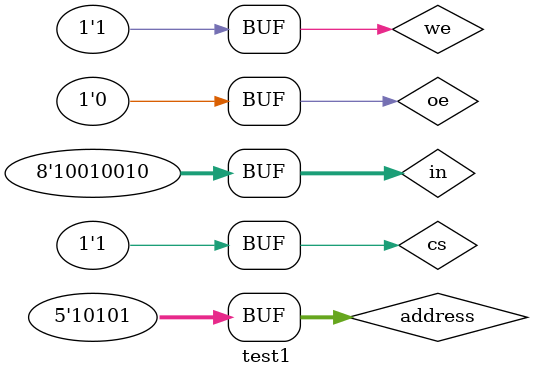
<source format=v>
`timescale 1ns / 1ps


module test1;

	// Inputs
	reg [7:0] in;
	reg cs;
	reg oe;
	reg we;
	reg [4:0] address;

	// Outputs
	wire [7:0] out;

	// Instantiate the Unit Under Test (UUT)
	sram_chip uut (
		.out(out), 
		.in(in), 
		.cs(cs), 
		.oe(oe), 
		.we(we), 
		.address(address)
	);

	initial begin
		$monitor($time," address=%d, input=%d, cs=%b, oe=%b, we=%b, output=%d",address,in,cs,oe,we,out);

		in = 8'b10010010;
		cs = 0;
		oe = 0;
		we = 1;
		address = 5'b11111;
		#10
		address = 5'b10000;
		#10
		we = 0;
		#10
		we = 1;
		#10
		address = 5'b10101;
		cs = 1;
	end
endmodule

</source>
